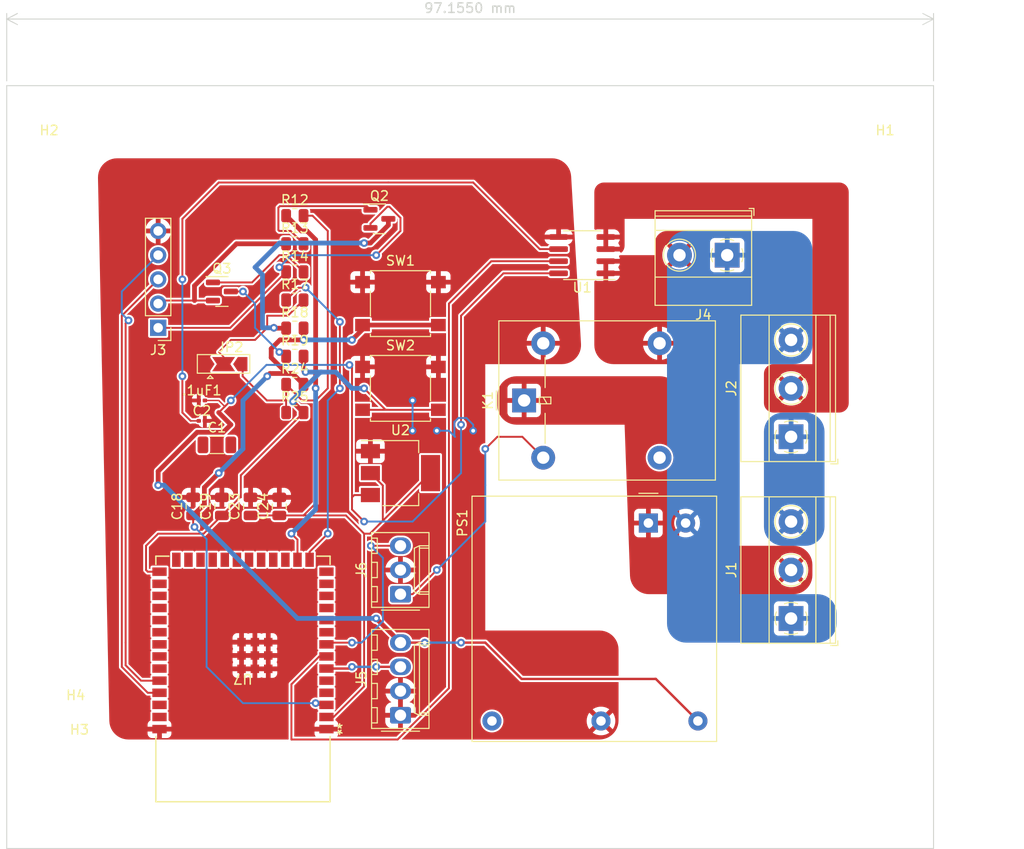
<source format=kicad_pcb>
(kicad_pcb (version 20221018) (generator pcbnew)
  (layers (0 "F.Cu" signal) (31 "B.Cu" signal) (34 "B.Paste" user) (35 "F.Paste" user) (36 "B.SilkS" user "B.Silkscreen") (37 "F.SilkS" user "F.Silkscreen") (38 "B.Mask" user) (39 "F.Mask" user) (44 "Edge.Cuts" user))
  (net 0 "")
  (net 1 "GND")
  (net 2 "/CHIP_PU")
  (net 3 "/GPIO0_STRAPPING")
  (net 4 "+3V3")
  (net 5 "/VBAT_SENSE")
  (net 6 "/D-")
  (net 7 "/D+")
  (net 8 "/RTS")
  (net 9 "/DTR")
  (net 10 "/TX")
  (net 11 "/RX")
  (net 12 "/GPIO16")
  (net 13 "/GPIO17")
  (net 14 "/GPIO18")
  (net 15 "/CAMERA_CS")
  (net 16 "/CAMERA_MOSI")
  (net 17 "/CAMERA_MISO")
  (net 18 "/CAMERA_SCK")
  (net 19 "/CAMERA_SDA")
  (net 20 "/CAMERA_SCL")
  (net 21 "/MTMS")
  (net 22 "/MTCK")
  (net 23 "/MTDO")
  (net 24 "/MTDI")
  (net 25 "/GPIO3_STRAPPING")
  (net 26 "/5V")
  (net 29 "Net-(U1-FILTER)")
  (net 30 "/IN_N")
  (net 31 "/IN_L")
  (net 32 "/M1_FAULT")
  (net 33 "/M2_FAULT")
  (net 34 "/M1_PWM")
  (net 35 "/M1_DIR")
  (net 36 "/M1_EN")
  (net 37 "/I_M_1")
  (net 38 "/I_M_2")
  (net 39 "/M2_PWM")
  (net 40 "/M2_DIR")
  (net 41 "/M2_EN")
  (net 42 "/IS_L")
  (net 43 "/PR_OUT")
  (net 44 "/VS_Out")
  (net 45 "/GPIO46_STRAPPING")
  (net 46 "/GPIO45_STRAPPING")
  (net 47 "/5_PR")
  (net 48 "/PR_IN")
  (net 49 "Net-(JP2-C)")
  (net 52 "Net-(Q2-B)")
  (net 53 "Net-(Q2-C)")
  (net 54 "Net-(Q3-B)")
  (net 55 "Net-(Q3-C)")
  (net 56 "/Curr_Out")
  (net 58 "/SOCK_GND")
  (footprint "Connector_PinHeader_2.54mm:PinHeader_1x05_P2.54mm_Vertical" (layer "F.Cu") (at 167.64 99.06 180)
    (fp_text reference "J3")
    (fp_text value "Conn_01x05_Female")
  )
  (footprint "Resistor_SMD:R_0805_2012Metric" (layer "F.Cu") (at 181.9675 99.1)
    (fp_text reference "R18")
    (fp_text value "10k")
  )
  (footprint "MountingHole:MountingHole_3.2mm_M3" (layer "F.Cu") (at 159.385 145.415)
    (fp_text reference "H3")
    (fp_text value "MountingHole")
  )
  (footprint "Capacitor_SMD:C_0201_0603Metric" (layer "F.Cu") (at 172.2175 106.68)
    (fp_text reference ".1uF1")
    (fp_text value "C")
  )
  (footprint "Resistor_SMD:R_0805_2012Metric" (layer "F.Cu") (at 181.9675 87.3)
    (fp_text reference "R12")
    (fp_text value "1k")
  )
  (footprint "Resistor_SMD:R_0805_2012Metric" (layer "F.Cu") (at 181.9675 96.15)
    (fp_text reference "R17")
    (fp_text value "1k")
  )
  (footprint "Capacitor_SMD:C_0805_2012Metric" (layer "F.Cu") (at 171.31 117.79 90)
    (fp_text reference "C18")
    (fp_text value "1u")
  )
  (footprint "MountingHole:MountingHole_3.2mm_M3" (layer "F.Cu") (at 156.21 82.55)
    (fp_text reference "H2")
    (fp_text value "MountingHole")
  )
  (footprint "Converter_ACDC:Converter_ACDC_RECOM_RAC05-xxSK_THT" (layer "F.Cu") (at 219.03 119.5375 90)
    (fp_text reference "PS1")
    (fp_text value "RAC05-05SK")
  )
  (footprint "Relay_THT:Relay_SPDT_Omron-G5LE-1" (layer "F.Cu") (at 206.0025 106.68 90)
    (fp_text reference "K1")
    (fp_text value "G5LE-1")
  )
  (footprint "Capacitor_SMD:C_0805_2012Metric" (layer "F.Cu") (at 177.33 117.79 90)
    (fp_text reference "C23")
    (fp_text value "10u")
  )
  (footprint "Button_Switch_SMD:SW_SPST_B3S-1000" (layer "F.Cu") (at 193.04 105.41)
    (fp_text reference "SW2")
    (fp_text value "SW_Push")
  )
  (footprint "TerminalBlock_Phoenix:TerminalBlock_Phoenix_MKDS-1,5-3-5.08_1x03_P5.08mm_Horizontal" (layer "F.Cu") (at 233.985 110.49 90)
    (fp_text reference "J2")
    (fp_text value "Output_VAC")
  )
  (footprint "Resistor_SMD:R_0805_2012Metric" (layer "F.Cu") (at 181.9675 90.25)
    (fp_text reference "R13")
    (fp_text value "10k")
  )
  (footprint "Capacitor_SMD:C_0805_2012Metric" (layer "F.Cu") (at 174.32 117.79 90)
    (fp_text reference "C19")
    (fp_text value "1u")
  )
  (footprint "Connector_Molex:Molex_KK-254_AE-6410-03A_1x03_P2.54mm_Vertical" (layer "F.Cu") (at 193.04 127 90)
    (fp_text reference "J6")
    (fp_text value "3.3V_5V")
  )
  (footprint "Package_TO_SOT_SMD:SOT-23" (layer "F.Cu") (at 174.3225 95.25)
    (fp_text reference "Q3")
    (fp_text value "SS8050-G")
  )
  (footprint "Jumper:SolderJumper-3_P2.0mm_Open_TrianglePad1.0x1.5mm" (layer "F.Cu") (at 174.4975 102.87)
    (fp_text reference "JP2")
    (fp_text value "SolderJumper_3_Open")
  )
  (footprint "Button_Switch_SMD:SW_SPST_B3S-1000" (layer "F.Cu") (at 193.04 96.52)
    (fp_text reference "SW1")
    (fp_text value "SW_Push")
  )
  (footprint "Resistor_SMD:R_0805_2012Metric" (layer "F.Cu") (at 181.9675 102.05)
    (fp_text reference "R19")
    (fp_text value "10k")
  )
  (footprint "Package_TO_SOT_SMD:SOT-23" (layer "F.Cu") (at 190.8325 87.63)
    (fp_text reference "Q2")
    (fp_text value "SS8050-G")
  )
  (footprint "MountingHole:MountingHole_3.2mm_M3" (layer "F.Cu") (at 243.205 142.24)
    (fp_text reference "H4")
    (fp_text value "MountingHole")
  )
  (footprint "Resistor_SMD:R_0805_2012Metric" (layer "F.Cu") (at 181.9675 105)
    (fp_text reference "R24")
    (fp_text value "100k")
  )
  (footprint "Resistor_SMD:R_0805_2012Metric" (layer "F.Cu") (at 181.9675 93.2)
    (fp_text reference "R14")
    (fp_text value "10k")
  )
  (footprint "Package_SO:SOIC-8_3.9x4.9mm_P1.27mm" (layer "F.Cu") (at 212.09 91.44 180)
    (fp_text reference "U1")
    (fp_text value "ACS712xLCTR-20A")
  )
  (footprint "Resistor_SMD:R_0805_2012Metric" (layer "F.Cu") (at 181.9675 107.95)
    (fp_text reference "R25")
    (fp_text value "100k")
  )
  (footprint "Resistor_SMD:R_1206_3216Metric" (layer "F.Cu") (at 173.7975 111.34)
    (fp_text reference "C1")
    (fp_text value "10u")
  )
  (footprint "TerminalBlock_Phoenix:TerminalBlock_Phoenix_MKDS-1,5-2_1x02_P5.00mm_Horizontal" (layer "F.Cu") (at 227.29 91.44 180)
    (fp_text reference "J4")
    (fp_text value "VAC_IN_VS")
  )
  (footprint "Capacitor_SMD:C_0805_2012Metric" (layer "F.Cu") (at 180.34 117.79 90)
    (fp_text reference "C24")
    (fp_text value "100n")
  )
  (footprint "MountingHole:MountingHole_3.2mm_M3" (layer "F.Cu") (at 243.84 82.55)
    (fp_text reference "H1")
    (fp_text value "MountingHole")
  )
  (footprint "Capacitor_SMD:C_0201_0603Metric" (layer "F.Cu") (at 172.2175 108.82)
    (fp_text reference "C2")
    (fp_text value "C")
  )
  (footprint "local_footprints:ESP32-S3-WROOM-1_EXP" (layer "F.Cu") (at 176.53 135.89 180)
    (fp_text reference "U7")
    (fp_text value "ESP32-S3-WROOM-1-N16R2")
  )
  (footprint "Connector_Molex:Molex_KK-254_AE-6410-04A_1x04_P2.54mm_Vertical" (layer "F.Cu") (at 193.04 139.7 90)
    (fp_text reference "J5")
    (fp_text value "VS_Out")
  )
  (footprint "Package_TO_SOT_SMD:SOT-223-3_TabPin2" (layer "F.Cu") (at 193.04 114.3)
    (fp_text reference "U2")
    (fp_text value "AMS1117-3.3")
  )
  (footprint "TerminalBlock_Phoenix:TerminalBlock_Phoenix_MKDS-1,5-3-5.08_1x03_P5.08mm_Horizontal" (layer "F.Cu") (at 233.985 129.545 90)
    (fp_text reference "J1")
    (fp_text value "Input_VAC")
  )
  (gr_line (start 248.92 73.66) (end 151.765 73.66) (stroke (width 0.1)) (layer "Edge.Cuts"))
  (gr_line (start 248.92 73.66) (end 248.92 153.67) (stroke (width 0.1)) (layer "Edge.Cuts"))
  (gr_line (start 248.92 153.67) (end 151.765 153.67) (stroke (width 0.1)) (layer "Edge.Cuts"))
  (gr_line (start 151.765 73.66) (end 151.765 153.67) (stroke (width 0.1)) (layer "Edge.Cuts"))
  (dimension (type aligned) (layer "Edge.Cuts") (pts (xy 248.92 73.66) (xy 151.765 73.66)) (height 6.985) (gr_text "97.1550 mm" (at 200.3425 65.525) (layer "Edge.Cuts") (effects (font (size 1 1) (thickness 0.15)))) (format (prefix "") (suffix "") (units 3) (units_format 1) (precision 4)) (style (thickness 0.1) (arrow_length 1.27) (text_position_mode 0) (extension_height 0.58642) (extension_offset 0.5) keep_text_aligned))
  (segment (start 199.39 111.125) (end 198.755 111.125) (width 0.2) (layer "F.Cu") (net 1))
  (segment (start 194.31 106.045) (end 194.31 106.68) (width 0.2) (layer "F.Cu") (net 1))
  (segment (start 200.66 109.855) (end 199.39 111.125) (width 0.2) (layer "F.Cu") (net 1))
  (segment (start 194.31 109.855) (end 196.85 109.855) (width 0.2) (layer "F.Cu") (net 1))
  (segment (start 198.755 111.125) (end 198.755 110.49) (width 0.2) (layer "F.Cu") (net 1))
  (segment (start 209.615 89.535) (end 210.185 89.535) (width 0.2) (layer "F.Cu") (net 1))
  (via (at 196.85 109.855) (size 0.8) (drill 0.4) (layers "F.Cu" "B.Cu") (net 1))
  (via (at 200.66 109.855) (size 0.8) (drill 0.4) (layers "F.Cu" "B.Cu") (net 1))
  (via (at 194.31 106.68) (size 0.8) (drill 0.4) (layers "F.Cu" "B.Cu") (net 1))
  (via (at 194.31 109.855) (size 0.8) (drill 0.4) (layers "F.Cu" "B.Cu") (net 1))
  (segment (start 194.31 109.22) (end 194.31 109.855) (width 0.2) (layer "B.Cu") (net 1))
  (segment (start 198.12 109.855) (end 198.755 110.49) (width 0.2) (layer "B.Cu") (net 1))
  (segment (start 200.66 109.22) (end 200.66 109.855) (width 0.2) (layer "B.Cu") (net 1))
  (segment (start 198.69 110.425) (end 198.69 108.93005) (width 0.2) (layer "B.Cu") (net 1))
  (segment (start 199.10005 108.52) (end 199.96 108.52) (width 0.2) (layer "B.Cu") (net 1))
  (segment (start 198.69 108.93005) (end 199.10005 108.52) (width 0.2) (layer "B.Cu") (net 1))
  (segment (start 198.755 110.49) (end 198.69 110.425) (width 0.2) (layer "B.Cu") (net 1))
  (segment (start 196.85 109.855) (end 198.12 109.855) (width 0.2) (layer "B.Cu") (net 1))
  (segment (start 194.31 106.68) (end 194.31 109.22) (width 0.2) (layer "B.Cu") (net 1))
  (segment (start 199.96 108.52) (end 200.66 109.22) (width 0.2) (layer "B.Cu") (net 1))
  (segment (start 179.36 103.85) (end 179.07 104.14) (width 0.5) (layer "F.Cu") (net 2))
  (segment (start 189.065 99.225) (end 187.96 100.33) (width 0.5) (layer "F.Cu") (net 2))
  (segment (start 171.31 118.74) (end 171.31 119.8105) (width 0.2) (layer "F.Cu") (net 2))
  (segment (start 179.49 102.18745) (end 179.49 101.247918) (width 0.5) (layer "F.Cu") (net 2))
  (segment (start 180.407918 100.33) (end 182.88 100.33) (width 0.5) (layer "F.Cu") (net 2))
  (segment (start 184.33 138.61) (end 184.15 138.43) (width 0.2) (layer "F.Cu") (net 2))
  (segment (start 172.485 115.805) (end 172.485 117.565) (width 0.5) (layer "F.Cu") (net 2))
  (segment (start 181.73 103.85) (end 179.36 103.85) (width 0.5) (layer "F.Cu") (net 2))
  (segment (start 182.88 105) (end 181.73 103.85) (width 0.5) (layer "F.Cu") (net 2))
  (segment (start 197.015 98.77) (end 189.065 98.77) (width 0.5) (layer "F.Cu") (net 2))
  (segment (start 185.28 138.61) (end 184.33 138.61) (width 0.2) (layer "F.Cu") (net 2))
  (segment (start 181.73 103.85) (end 181.15255 103.85) (width 0.5) (layer "F.Cu") (net 2))
  (segment (start 182.88 100.33) (end 182.88 99.1) (width 0.5) (layer "F.Cu") (net 2))
  (segment (start 181.15255 103.85) (end 179.49 102.18745) (width 0.5) (layer "F.Cu") (net 2))
  (segment (start 189.065 98.77) (end 189.065 99.225) (width 0.5) (layer "F.Cu") (net 2))
  (segment (start 172.485 117.565) (end 171.31 118.74) (width 0.5) (layer "F.Cu") (net 2))
  (segment (start 173.99 114.3) (end 172.485 115.805) (width 0.5) (layer "F.Cu") (net 2))
  (segment (start 179.49 101.247918) (end 180.407918 100.33) (width 0.5) (layer "F.Cu") (net 2))
  (segment (start 171.31 119.8105) (end 171.45 119.9505) (width 0.2) (layer "F.Cu") (net 2))
  (via (at 182.88 100.33) (size 0.8) (drill 0.4) (layers "F.Cu" "B.Cu") (net 2))
  (via (at 173.99 114.3) (size 0.8) (drill 0.4) (layers "F.Cu" "B.Cu") (net 2))
  (via (at 184.15 138.43) (size 0.8) (drill 0.4) (layers "F.Cu" "B.Cu") (net 2))
  (via (at 171.45 119.9505) (size 0.8) (drill 0.4) (layers "F.Cu" "B.Cu") (net 2))
  (via (at 187.96 100.33) (size 0.8) (drill 0.4) (layers "F.Cu" "B.Cu") (net 2))
  (via (at 179.07 104.14) (size 0.8) (drill 0.4) (layers "F.Cu" "B.Cu") (net 2))
  (segment (start 176.53 106.68) (end 176.53 111.76) (width 0.5) (layer "B.Cu") (net 2))
  (segment (start 172.72 121.2205) (end 172.72 134.62) (width 0.2) (layer "B.Cu") (net 2))
  (segment (start 171.45 119.9505) (end 172.72 121.2205) (width 0.2) (layer "B.Cu") (net 2))
  (segment (start 176.53 111.76) (end 173.99 114.3) (width 0.5) (layer "B.Cu") (net 2))
  (segment (start 182.88 100.33) (end 187.96 100.33) (width 0.5) (layer "B.Cu") (net 2))
  (segment (start 176.53 138.43) (end 184.15 138.43) (width 0.2) (layer "B.Cu") (net 2))
  (segment (start 179.07 104.14) (end 176.53 106.68) (width 0.5) (layer "B.Cu") (net 2))
  (segment (start 172.72 134.62) (end 176.53 138.43) (width 0.2) (layer "B.Cu") (net 2))
  (segment (start 191.77 107.66) (end 191.48 107.66) (width 0.2) (layer "F.Cu") (net 3))
  (segment (start 191.77 107.66) (end 189.065 107.66) (width 0.2) (layer "F.Cu") (net 3))
  (segment (start 197.015 107.66) (end 191.77 107.66) (width 0.2) (layer "F.Cu") (net 3))
  (segment (start 191.48 107.66) (end 189.23 105.41) (width 0.2) (layer "F.Cu") (net 3))
  (segment (start 182.88 102.05) (end 182.88 103.486478) (width 0.5) (layer "F.Cu") (net 3))
  (segment (start 176.305 114.525) (end 182.88 107.95) (width 0.2) (layer "F.Cu") (net 3))
  (segment (start 166.37 124.46) (end 166.37 121.92) (width 0.2) (layer "F.Cu") (net 3))
  (segment (start 181.778999 106.848999) (end 182.88 107.95) (width 0.5) (layer "F.Cu") (net 3))
  (segment (start 166.37 121.92) (end 167.64 120.65) (width 0.2) (layer "F.Cu") (net 3))
  (segment (start 167.64 120.65) (end 172.41 120.65) (width 0.2) (layer "F.Cu") (net 3))
  (segment (start 174.32 118.74) (end 176.22 116.84) (width 0.2) (layer "F.Cu") (net 3))
  (segment (start 176.305 116.84) (end 176.305 114.525) (width 0.2) (layer "F.Cu") (net 3))
  (segment (start 172.41 120.65) (end 174.32 118.74) (width 0.2) (layer "F.Cu") (net 3))
  (segment (start 166.55 124.64) (end 166.37 124.46) (width 0.2) (layer "F.Cu") (net 3))
  (segment (start 176.22 116.84) (end 176.305 116.84) (width 0.2) (layer "F.Cu") (net 3))
  (segment (start 182.88 103.486478) (end 183.094022 103.7005) (width 0.5) (layer "F.Cu") (net 3))
  (segment (start 167.78 124.64) (end 166.55 124.64) (width 0.2) (layer "F.Cu") (net 3))
  (segment (start 181.778999 106.792455) (end 181.778999 106.848999) (width 0.5) (layer "F.Cu") (net 3))
  (via (at 189.23 105.41) (size 0.8) (drill 0.4) (layers "F.Cu" "B.Cu") (net 3))
  (via (at 181.778999 106.792455) (size 0.8) (drill 0.4) (layers "F.Cu" "B.Cu") (net 3))
  (via (at 183.094022 103.7005) (size 0.8) (drill 0.4) (layers "F.Cu" "B.Cu") (net 3))
  (segment (start 187.96 105.41) (end 189.23 105.41) (width 0.5) (layer "B.Cu") (net 3))
  (segment (start 184.657418 103.7005) (end 184.785 103.7005) (width 0.5) (layer "B.Cu") (net 3))
  (segment (start 181.778999 106.792455) (end 181.778999 106.578919) (width 0.5) (layer "B.Cu") (net 3))
  (segment (start 186.2505 103.7005) (end 187.96 105.41) (width 0.5) (layer "B.Cu") (net 3))
  (segment (start 183.094022 103.7005) (end 184.785 103.7005) (width 0.5) (layer "B.Cu") (net 3))
  (segment (start 184.785 103.7005) (end 186.2505 103.7005) (width 0.5) (layer "B.Cu") (net 3))
  (segment (start 181.778999 106.578919) (end 184.657418 103.7005) (width 0.5) (layer "B.Cu") (net 3))
  (segment (start 182.88 118.74) (end 184.15 117.47) (width 0.2) (layer "F.Cu") (net 4))
  (segment (start 185.42 105.41) (end 185.42 88.9) (width 0.2) (layer "F.Cu") (net 4))
  (segment (start 190.805 119.685) (end 196.19 114.3) (width 0.2) (layer "F.Cu") (net 4))
  (segment (start 181.055 106.68) (end 181.055 105) (width 0.2) (layer "F.Cu") (net 4))
  (segment (start 191.19 115.6) (end 189.89 114.3) (width 0.2) (layer "F.Cu") (net 4))
  (segment (start 189.23 120.65) (end 187.32 118.74) (width 0.2) (layer "F.Cu") (net 4))
  (segment (start 181.056253 105) (end 181.055 105) (width 0.2) (layer "F.Cu") (net 4))
  (segment (start 184.15 106.68) (end 182.735 106.68) (width 0.2) (layer "F.Cu") (net 4))
  (segment (start 189.23 136.6793) (end 189.23 120.65) (width 0.2) (layer "F.Cu") (net 4))
  (segment (start 191.19 119.3) (end 191.19 115.6) (width 0.2) (layer "F.Cu") (net 4))
  (segment (start 181.055 107.95) (end 181.055 106.68) (width 0.2) (layer "F.Cu") (net 4))
  (segment (start 189.23 120.65) (end 189.84 120.65) (width 0.2) (layer "F.Cu") (net 4))
  (segment (start 176.4975 104.14) (end 176.4975 102.87) (width 0.2) (layer "F.Cu") (net 4))
  (segment (start 177.33 118.74) (end 180.34 118.74) (width 0.2) (layer "F.Cu") (net 4))
  (segment (start 184.15 106.68) (end 185.42 105.41) (width 0.2) (layer "F.Cu") (net 4))
  (segment (start 185.28 139.88) (end 186.0293 139.88) (width 0.2) (layer "F.Cu") (net 4))
  (segment (start 185.42 88.9) (end 183.82 87.3) (width 0.2) (layer "F.Cu") (net 4))
  (segment (start 186.0293 139.88) (end 189.23 136.6793) (width 0.2) (layer "F.Cu") (net 4))
  (segment (start 187.32 118.74) (end 182.88 118.74) (width 0.2) (layer "F.Cu") (net 4))
  (segment (start 182.735 106.678747) (end 181.056253 105) (width 0.2) (layer "F.Cu") (net 4))
  (segment (start 189.84 120.65) (end 190.805 119.685) (width 0.2) (layer "F.Cu") (net 4))
  (segment (start 183.82 87.3) (end 182.88 87.3) (width 0.2) (layer "F.Cu") (net 4))
  (segment (start 184.15 117.47) (end 184.15 106.68) (width 0.2) (layer "F.Cu") (net 4))
  (segment (start 182.735 106.68) (end 182.735 106.678747) (width 0.2) (layer "F.Cu") (net 4))
  (segment (start 181.055 106.68) (end 179.0375 106.68) (width 0.2) (layer "F.Cu") (net 4))
  (segment (start 179.0375 106.68) (end 176.4975 104.14) (width 0.2) (layer "F.Cu") (net 4))
  (segment (start 190.805 119.685) (end 191.19 119.3) (width 0.2) (layer "F.Cu") (net 4))
  (segment (start 182.88 118.74) (end 180.34 118.74) (width 0.2) (layer "F.Cu") (net 4))
  (segment (start 167.64 99.06) (end 175.195 99.06) (width 0.2) (layer "F.Cu") (net 8))
  (segment (start 191.873896 86.36) (end 191.666104 86.36) (width 0.2) (layer "F.Cu") (net 8))
  (segment (start 180.83 93.2) (end 180.34 92.71) (width 0.2) (layer "F.Cu") (net 8))
  (segment (start 175.195 99.06) (end 181.055 93.2) (width 0.2) (layer "F.Cu") (net 8))
  (segment (start 191.666104 86.36) (end 189.895 88.131104) (width 0.2) (layer "F.Cu") (net 8))
  (segment (start 190.5 91.44) (end 193.04 88.9) (width 0.2) (layer "F.Cu") (net 8))
  (segment (start 193.04 87.526104) (end 191.873896 86.36) (width 0.2) (layer "F.Cu") (net 8))
  (segment (start 189.895 88.131104) (end 189.895 88.58) (width 0.2) (layer "F.Cu") (net 8))
  (segment (start 181.055 93.2) (end 180.83 93.2) (width 0.2) (layer "F.Cu") (net 8))
  (segment (start 193.04 88.9) (end 193.04 87.526104) (width 0.2) (layer "F.Cu") (net 8))
  (via (at 180.34 92.71) (size 0.8) (drill 0.4) (layers "F.Cu" "B.Cu") (net 8))
  (via (at 190.5 91.44) (size 0.8) (drill 0.4) (layers "F.Cu" "B.Cu") (net 8))
  (segment (start 180.34 92.71) (end 181.61 91.44) (width 0.2) (layer "B.Cu") (net 8))
  (segment (start 186.69 91.44) (end 190.5 91.44) (width 0.2) (layer "B.Cu") (net 8))
  (segment (start 181.61 91.44) (end 186.69 91.44) (width 0.2) (layer "B.Cu") (net 8))
  (segment (start 167.96 96.2) (end 167.64 96.52) (width 0.2) (layer "F.Cu") (net 9))
  (segment (start 171.45 94.648972) (end 171.45 96.2) (width 0.5) (layer "F.Cu") (net 9))
  (segment (start 171.45 96.2) (end 167.96 96.2) (width 0.2) (layer "F.Cu") (net 9))
  (segment (start 173.385 96.2) (end 171.45 96.2) (width 0.2) (layer "F.Cu") (net 9))
  (segment (start 181.055 90.25) (end 175.848972 90.25) (width 0.5) (layer "F.Cu") (net 9))
  (segment (start 175.848972 90.25) (end 171.45 94.648972) (width 0.5) (layer "F.Cu") (net 9))
  (segment (start 166.55 137.34) (end 163.83 134.62) (width 0.2) (layer "F.Cu") (net 10))
  (segment (start 167.78 137.34) (end 166.55 137.34) (width 0.2) (layer "F.Cu") (net 10))
  (segment (start 163.83 97.79) (end 167.64 93.98) (width 0.2) (layer "F.Cu") (net 10))
  (segment (start 163.83 134.62) (end 163.83 97.79) (width 0.2) (layer "F.Cu") (net 10))
  (segment (start 164.23 98.584122) (end 164.5295 98.284622) (width 0.2) (layer "F.Cu") (net 11))
  (segment (start 164.395686 134.62) (end 164.23 134.454314) (width 0.2) (layer "F.Cu") (net 11))
  (segment (start 164.23 132.08) (end 164.23 98.584122) (width 0.2) (layer "F.Cu") (net 11))
  (segment (start 165.845686 136.07) (end 164.395686 134.62) (width 0.2) (layer "F.Cu") (net 11))
  (segment (start 164.23 134.454314) (end 164.23 132.08) (width 0.2) (layer "F.Cu") (net 11))
  (segment (start 167.78 136.07) (end 165.845686 136.07) (width 0.2) (layer "F.Cu") (net 11))
  (via (at 164.5295 98.284622) (size 0.8) (drill 0.4) (layers "F.Cu" "B.Cu") (net 11))
  (segment (start 163.83 95.25) (end 167.64 91.44) (width 0.2) (layer "B.Cu") (net 11))
  (segment (start 164.5295 98.284622) (end 163.83 97.585122) (width 0.2) (layer "B.Cu") (net 11))
  (segment (start 163.83 97.585122) (end 163.83 95.25) (width 0.2) (layer "B.Cu") (net 11))
  (segment (start 182.3545 94.8505) (end 181.055 96.15) (width 0.2) (layer "F.Cu") (net 25))
  (segment (start 186.69 105.41) (end 186.69 98.433867) (width 0.2) (layer "F.Cu") (net 25))
  (segment (start 183.515 123.39) (end 183.515 122.555) (width 0.2) (layer "F.Cu") (net 25))
  (segment (start 183.106633 94.8505) (end 182.3545 94.8505) (width 0.2) (layer "F.Cu") (net 25))
  (segment (start 183.515 122.555) (end 185.42 120.65) (width 0.2) (layer "F.Cu") (net 25))
  (via (at 185.42 120.65) (size 0.8) (drill 0.4) (layers "F.Cu" "B.Cu") (net 25))
  (via (at 183.106633 94.8505) (size 0.8) (drill 0.4) (layers "F.Cu" "B.Cu") (net 25))
  (via (at 186.69 98.433867) (size 0.8) (drill 0.4) (layers "F.Cu" "B.Cu") (net 25))
  (via (at 186.69 105.41) (size 0.8) (drill 0.4) (layers "F.Cu" "B.Cu") (net 25))
  (segment (start 186.69 98.433867) (end 183.106633 94.8505) (width 0.2) (layer "B.Cu") (net 25))
  (segment (start 185.42 120.65) (end 185.42 106.68) (width 0.2) (layer "B.Cu") (net 25))
  (segment (start 185.42 106.68) (end 186.69 105.41) (width 0.2) (layer "B.Cu") (net 25))
  (segment (start 209.615 93.345) (end 203.835 93.345) (width 0.2) (layer "F.Cu") (net 26))
  (segment (start 201.93 132.08) (end 199.39 132.08) (width 0.25) (layer "F.Cu") (net 26))
  (segment (start 219.71 135.89) (end 205.74 135.89) (width 0.25) (layer "F.Cu") (net 26))
  (segment (start 171.73255 110.015) (end 174.465 110.015) (width 0.5) (layer "F.Cu") (net 26))
  (segment (start 172.5375 106.68) (end 173.99 106.68) (width 0.15) (layer "F.Cu") (net 26))
  (segment (start 203.835 93.345) (end 199.39 97.79) (width 0.2) (layer "F.Cu") (net 26))
  (segment (start 219.8125 135.89) (end 219.71 135.89) (width 0.25) (layer "F.Cu") (net 26))
  (segment (start 199.39 97.79) (end 199.39 109.22) (width 0.2) (layer "F.Cu") (net 26))
  (segment (start 195.58 132.08) (end 193.04 132.08) (width 0.25) (layer "F.Cu") (net 26))
  (segment (start 187.96 118.11) (end 187.96 116.84) (width 0.2) (layer "F.Cu") (net 26))
  (segment (start 187.96 103.221424) (end 187.6905 102.951924) (width 0.2) (layer "F.Cu") (net 26))
  (segment (start 167.64 115.57) (end 167.64 114.10755) (width 0.5) (layer "F.Cu") (net 26))
  (segment (start 187.96 116.84) (end 188.2 116.6) (width 0.2) (layer "F.Cu") (net 26))
  (segment (start 173.99 106.68) (end 174.625 107.315) (width 0.15) (layer "F.Cu") (net 26))
  (segment (start 174.625 107.315) (end 173.99 107.95) (width 0.2) (layer "F.Cu") (net 26))
  (segment (start 174.465 110.015) (end 175.26 109.22) (width 0.5) (layer "F.Cu") (net 26))
  (segment (start 188.2 116.6) (end 189.89 116.6) (width 0.2) (layer "F.Cu") (net 26))
  (segment (start 205.74 135.89) (end 201.93 132.08) (width 0.25) (layer "F.Cu") (net 26))
  (segment (start 193.04 132.08) (end 190.5 129.54) (width 0.5) (layer "F.Cu") (net 26))
  (segment (start 175.26 106.68) (end 174.625 107.315) (width 0.2) (layer "F.Cu") (net 26))
  (segment (start 224.22 140.2975) (end 219.8125 135.89) (width 0.25) (layer "F.Cu") (net 26))
  (segment (start 175.26 109.22) (end 173.99 107.95) (width 0.5) (layer "F.Cu") (net 26))
  (segment (start 187.96 116.84) (end 187.96 103.221424) (width 0.2) (layer "F.Cu") (net 26))
  (segment (start 167.64 114.10755) (end 171.73255 110.015) (width 0.5) (layer "F.Cu") (net 26))
  (segment (start 189.23 119.38) (end 187.96 118.11) (width 0.2) (layer "F.Cu") (net 26))
  (via (at 199.39 132.08) (size 0.8) (drill 0.4) (layers "F.Cu" "B.Cu") (net 26))
  (via (at 175.26 106.68) (size 0.8) (drill 0.4) (layers "F.Cu" "B.Cu") (net 26))
  (via (at 195.58 132.08) (size 0.8) (drill 0.4) (layers "F.Cu" "B.Cu") (net 26))
  (via (at 189.23 119.38) (size 0.8) (drill 0.4) (layers "F.Cu" "B.Cu") (net 26))
  (via (at 187.6905 102.951924) (size 0.8) (drill 0.4) (layers "F.Cu" "B.Cu") (net 26))
  (via (at 199.39 109.22) (size 0.8) (drill 0.4) (layers "F.Cu" "B.Cu") (net 26))
  (via (at 190.5 129.54) (size 0.8) (drill 0.4) (layers "F.Cu" "B.Cu") (net 26))
  (via (at 167.64 115.57) (size 0.8) (drill 0.4) (layers "F.Cu" "B.Cu") (net 26))
  (segment (start 182.241582 129.54) (end 168.271582 115.57) (width 0.5) (layer "B.Cu") (net 26))
  (segment (start 187.6905 102.951924) (end 178.988076 102.951924) (width 0.2) (layer "B.Cu") (net 26))
  (segment (start 196.85 132.08) (end 195.58 132.08) (width 0.25) (layer "B.Cu") (net 26))
  (segment (start 178.988076 102.951924) (end 175.26 106.68) (width 0.2) (layer "B.Cu") (net 26))
  (segment (start 199.39 132.08) (end 196.85 132.08) (width 0.25) (layer "B.Cu") (net 26))
  (segment (start 168.271582 115.57) (end 167.64 115.57) (width 0.5) (layer "B.Cu") (net 26))
  (segment (start 199.39 109.22) (end 199.39 114.3) (width 0.2) (layer "B.Cu") (net 26))
  (segment (start 190.5 129.54) (end 182.241582 129.54) (width 0.5) (layer "B.Cu") (net 26))
  (segment (start 194.31 119.38) (end 189.23 119.38) (width 0.2) (layer "B.Cu") (net 26))
  (segment (start 199.39 114.3) (end 194.31 119.38) (width 0.2) (layer "B.Cu") (net 26))
  (segment (start 200.66 83.82) (end 191.77 83.82) (width 0.2) (layer "F.Cu") (net 29))
  (segment (start 209.615 90.805) (end 207.645 90.805) (width 0.2) (layer "F.Cu") (net 29))
  (segment (start 207.645 90.805) (end 200.66 83.82) (width 0.2) (layer "F.Cu") (net 29))
  (segment (start 171.05 108.82) (end 170.18 107.95) (width 0.2) (layer "F.Cu") (net 29))
  (segment (start 170.18 107.95) (end 170.18 104.14) (width 0.2) (layer "F.Cu") (net 29))
  (segment (start 191.77 83.82) (end 173.99 83.82) (width 0.2) (layer "F.Cu") (net 29))
  (segment (start 171.8975 108.82) (end 171.05 108.82) (width 0.15) (layer "F.Cu") (net 29))
  (segment (start 173.99 83.82) (end 170.18 87.63) (width 0.2) (layer "F.Cu") (net 29))
  (segment (start 170.18 87.63) (end 170.18 93.98) (width 0.2) (layer "F.Cu") (net 29))
  (via (at 170.18 104.14) (size 0.8) (drill 0.4) (layers "F.Cu" "B.Cu") (net 29))
  (via (at 170.18 93.98) (size 0.8) (drill 0.4) (layers "F.Cu" "B.Cu") (net 29))
  (segment (start 170.18 93.98) (end 170.18 101.6) (width 0.2) (layer "B.Cu") (net 29))
  (segment (start 170.18 101.6) (end 170.18 104.14) (width 0.2) (layer "B.Cu") (net 29))
  (segment (start 193.04 134.62) (end 190.5 134.62) (width 0.25) (layer "F.Cu") (net 44))
  (segment (start 187.78 134.8) (end 185.28 134.8) (width 0.25) (layer "F.Cu") (net 44))
  (segment (start 187.96 134.62) (end 187.78 134.8) (width 0.25) (layer "F.Cu") (net 44))
  (via (at 187.96 134.62) (size 0.8) (drill 0.4) (layers "F.Cu" "B.Cu") (net 44))
  (via (at 190.5 134.62) (size 0.8) (drill 0.4) (layers "F.Cu" "B.Cu") (net 44))
  (segment (start 190.5 134.62) (end 187.96 134.62) (width 0.25) (layer "B.Cu") (net 44))
  (segment (start 184.15 89.81755) (end 183.23245 88.9) (width 0.5) (layer "F.Cu") (net 45))
  (segment (start 184.15 105.41) (end 184.15 89.81755) (width 0.5) (layer "F.Cu") (net 45))
  (segment (start 183.23245 88.9) (end 182.655 88.9) (width 0.5) (layer "F.Cu") (net 45))
  (segment (start 182.655 88.9) (end 181.055 87.3) (width 0.5) (layer "F.Cu") (net 45))
  (segment (start 181.61 120.65) (end 182.245 121.285) (width 0.2) (layer "F.Cu") (net 45))
  (segment (start 182.245 121.285) (end 182.245 123.39) (width 0.2) (layer "F.Cu") (net 45))
  (via (at 181.61 120.65) (size 0.8) (drill 0.4) (layers "F.Cu" "B.Cu") (net 45))
  (via (at 184.15 105.41) (size 0.8) (drill 0.4) (layers "F.Cu" "B.Cu") (net 45))
  (segment (start 184.15 118.11) (end 181.61 120.65) (width 0.5) (layer "B.Cu") (net 45))
  (segment (start 184.15 118.11) (end 184.15 105.41) (width 0.5) (layer "B.Cu") (net 45))
  (segment (start 201.93 111.76) (end 203.2 110.49) (width 0.2) (layer "F.Cu") (net 47))
  (segment (start 205.8125 110.49) (end 208.0025 112.68) (width 0.2) (layer "F.Cu") (net 47))
  (segment (start 193.04 127) (end 194.31 127) (width 0.2) (layer "F.Cu") (net 47))
  (segment (start 203.2 110.49) (end 205.8125 110.49) (width 0.2) (layer "F.Cu") (net 47))
  (segment (start 194.31 127) (end 196.85 124.46) (width 0.2) (layer "F.Cu") (net 47))
  (via (at 196.85 124.46) (size 0.8) (drill 0.4) (layers "F.Cu" "B.Cu") (net 47))
  (via (at 201.93 111.76) (size 0.8) (drill 0.4) (layers "F.Cu" "B.Cu") (net 47))
  (segment (start 201.93 115.57) (end 201.93 111.76) (width 0.2) (layer "B.Cu") (net 47))
  (segment (start 196.85 124.46) (end 201.93 119.38) (width 0.2) (layer "B.Cu") (net 47))
  (segment (start 201.93 119.38) (end 201.93 115.57) (width 0.2) (layer "B.Cu") (net 47))
  (segment (start 193.04 121.92) (end 189.9295 121.92) (width 0.2) (layer "F.Cu") (net 48))
  (segment (start 187.96 132.08) (end 185.701041 132.08) (width 0.2) (layer "F.Cu") (net 48))
  (segment (start 185.701041 132.08) (end 185.58052 131.959479) (width 0.2) (layer "F.Cu") (net 48))
  (via (at 187.96 132.08) (size 0.8) (drill 0.4) (layers "F.Cu" "B.Cu") (net 48))
  (via (at 189.9295 121.92) (size 0.8) (drill 0.4) (layers "F.Cu" "B.Cu") (net 48))
  (segment (start 191.2 123.1905) (end 191.2 129.82995) (width 0.2) (layer "B.Cu") (net 48))
  (segment (start 189.9295 121.92) (end 191.2 123.1905) (width 0.2) (layer "B.Cu") (net 48))
  (segment (start 191.2 129.82995) (end 188.94995 132.08) (width 0.2) (layer "B.Cu") (net 48))
  (segment (start 188.94995 132.08) (end 187.96 132.08) (width 0.2) (layer "B.Cu") (net 48))
  (segment (start 181.24 97.79) (end 182.88 96.15) (width 0.2) (layer "F.Cu") (net 49))
  (segment (start 174.4975 102.87) (end 174.4975 102.1075) (width 0.15) (layer "F.Cu") (net 49))
  (segment (start 179.07 99.06) (end 179.07 97.79) (width 0.2) (layer "F.Cu") (net 49))
  (segment (start 179.07 97.79) (end 181.24 97.79) (width 0.2) (layer "F.Cu") (net 49))
  (segment (start 173.99 101.6) (end 175.26 100.33) (width 0.15) (layer "F.Cu") (net 49))
  (segment (start 174.4975 102.1075) (end 173.99 101.6) (width 0.15) (layer "F.Cu") (net 49))
  (segment (start 177.8 100.33) (end 175.26 100.33) (width 0.2) (layer "F.Cu") (net 49))
  (segment (start 179.07 99.06) (end 177.8 100.33) (width 0.2) (layer "F.Cu") (net 49))
  (segment (start 180.34 88.9) (end 180.2425 88.8025) (width 0.2) (layer "F.Cu") (net 52))
  (segment (start 180.2425 86.4575) (end 180.4 86.3) (width 0.2) (layer "F.Cu") (net 52))
  (segment (start 180.4 86.3) (end 189.515 86.3) (width 0.2) (layer "F.Cu") (net 52))
  (segment (start 182.88 90.25) (end 181.53 88.9) (width 0.2) (layer "F.Cu") (net 52))
  (segment (start 189.515 86.3) (end 189.895 86.68) (width 0.2) (layer "F.Cu") (net 52))
  (segment (start 180.2425 88.8025) (end 180.2425 86.4575) (width 0.2) (layer "F.Cu") (net 52))
  (segment (start 181.53 88.9) (end 180.34 88.9) (width 0.2) (layer "F.Cu") (net 52))
  (segment (start 189.23 90.17) (end 189.891028 90.17) (width 0.5) (layer "F.Cu") (net 53))
  (segment (start 189.891028 90.17) (end 191.77 88.291028) (width 0.5) (layer "F.Cu") (net 53))
  (segment (start 191.77 88.291028) (end 191.77 87.63) (width 0.5) (layer "F.Cu") (net 53))
  (segment (start 181.055 99.1) (end 179.8095 99.1) (width 0.5) (layer "F.Cu") (net 53))
  (segment (start 179.8095 99.1) (end 179.7695 99.06) (width 0.5) (layer "F.Cu") (net 53))
  (via (at 179.7695 99.06) (size 0.8) (drill 0.4) (layers "F.Cu" "B.Cu") (net 53))
  (via (at 189.23 90.17) (size 0.8) (drill 0.4) (layers "F.Cu" "B.Cu") (net 53))
  (segment (start 177.8 92.71) (end 180.34 90.17) (width 0.5) (layer "B.Cu") (net 53))
  (segment (start 178.577818 93.487818) (end 177.8 92.71) (width 0.5) (layer "B.Cu") (net 53))
  (segment (start 178.577818 99.06) (end 178.577818 93.487818) (width 0.5) (layer "B.Cu") (net 53))
  (segment (start 179.7695 99.06) (end 178.577818 99.06) (width 0.5) (layer "B.Cu") (net 53))
  (segment (start 180.34 90.17) (end 189.23 90.17) (width 0.5) (layer "B.Cu") (net 53))
  (segment (start 180.34 91.44) (end 181.12 91.44) (width 0.2) (layer "F.Cu") (net 54))
  (segment (start 177.48 94.3) (end 180.34 91.44) (width 0.2) (layer "F.Cu") (net 54))
  (segment (start 181.12 91.44) (end 182.88 93.2) (width 0.2) (layer "F.Cu") (net 54))
  (segment (start 173.385 94.3) (end 177.48 94.3) (width 0.2) (layer "F.Cu") (net 54))
  (segment (start 175.26 95.25) (end 176.53 95.25) (width 0.2) (layer "F.Cu") (net 55))
  (segment (start 180.605 101.6) (end 181.055 102.05) (width 0.2) (layer "F.Cu") (net 55))
  (segment (start 180.34 101.6) (end 180.605 101.6) (width 0.2) (layer "F.Cu") (net 55))
  (via (at 180.34 101.6) (size 0.8) (drill 0.4) (layers "F.Cu" "B.Cu") (net 55))
  (via (at 176.53 95.25) (size 0.8) (drill 0.4) (layers "F.Cu" "B.Cu") (net 55))
  (segment (start 177.8 97.79) (end 177.8 99.06) (width 0.2) (layer "B.Cu") (net 55))
  (segment (start 177.8 99.06) (end 180.34 101.6) (width 0.2) (layer "B.Cu") (net 55))
  (segment (start 177.8 96.52) (end 177.8 97.79) (width 0.2) (layer "B.Cu") (net 55))
  (segment (start 176.53 95.25) (end 177.8 96.52) (width 0.2) (layer "B.Cu") (net 55))
  (segment (start 209.615 92.075) (end 202.565 92.075) (width 0.2) (layer "F.Cu") (net 56))
  (segment (start 198.12 96.52) (end 198.12 136.862818) (width 0.2) (layer "F.Cu") (net 56))
  (segment (start 181.61 142.24) (end 181.61 136.4507) (width 0.2) (layer "F.Cu") (net 56))
  (segment (start 184.5307 133.53) (end 185.28 133.53) (width 0.2) (layer "F.Cu") (net 56))
  (segment (start 181.61 136.4507) (end 184.5307 133.53) (width 0.2) (layer "F.Cu") (net 56))
  (segment (start 202.565 92.075) (end 198.12 96.52) (width 0.2) (layer "F.Cu") (net 56))
  (segment (start 198.12 136.862818) (end 192.742818 142.24) (width 0.2) (layer "F.Cu") (net 56))
  (segment (start 192.742818 142.24) (end 181.61 142.24) (width 0.2) (layer "F.Cu") (net 56))
  (zone (net 1) (net_name "GND") (layer "F.Cu") (priority 5) (connect_pads (clearance 0)) (min_thickness 0.025) (fill yes (thermal_gap 0.5) (thermal_bridge_width 0.5) (smoothing fillet) (radius 2))
    (polygon (pts (xy 161.29 81.28) (xy 210.82 81.28) (xy 212.09 102.87) (xy 201.93 102.87) (xy 201.93 130.81) (xy 215.9 130.81) (xy 215.9 142.24) (xy 162.56 142.24)))
  )
  (zone (net 43) (net_name "/PR_OUT") (layer "F.Cu") (connect_pads (clearance 0)) (min_thickness 0.25) (fill yes (thermal_gap 0.5) (thermal_bridge_width 0.5) (smoothing fillet) (radius 2))
    (polygon (pts (xy 213.36 91.44) (xy 213.36 102.87) (xy 224.79 102.87) (xy 224.79 88.9) (xy 219.71 88.9) (xy 219.71 91.44)))
  )
  (zone (net 31) (net_name "/IN_L") (layer "F.Cu") (priority 4) (connect_pads (clearance 0)) (min_thickness 0.25) (fill yes (thermal_gap 0.5) (thermal_bridge_width 0.5) (smoothing fillet) (radius 2))
    (polygon (pts (xy 236.22 121.92) (xy 236.22 127) (xy 217.17 127) (xy 216.535 109.22) (xy 203.2 109.22) (xy 203.2 104.14) (xy 222.25 104.14) (xy 222.25 121.92)))
  )
  (zone (net 42) (net_name "/IS_L") (layer "F.Cu") (priority 1) (connect_pads (clearance 0)) (min_thickness 0.25) (fill yes (thermal_gap 0.5) (thermal_bridge_width 0.5) (smoothing fillet) (radius 1))
    (polygon (pts (xy 213.36 91.44) (xy 216.535 91.44) (xy 216.535 87.63) (xy 236.22 87.63) (xy 236.22 102.87) (xy 231.14 102.87) (xy 231.14 107.95) (xy 240.03 107.95) (xy 240.03 83.82) (xy 213.36 83.82)))
  )
  (zone (net 30) (net_name "/IN_N") (layer "B.Cu") (priority 3) (connect_pads (clearance 0)) (min_thickness 0.25) (fill yes (thermal_gap 0.5) (thermal_bridge_width 0.5) (smoothing fillet) (radius 2))
    (polygon (pts (xy 236.22 88.9) (xy 236.22 102.87) (xy 228.6 102.87) (xy 228.6 127) (xy 238.76 127) (xy 238.76 132.08) (xy 220.98 132.08) (xy 220.98 88.9)))
  )
  (zone (net 58) (net_name "/SOCK_GND") (layer "B.Cu") (priority 2) (connect_pads (clearance 0)) (min_thickness 0.25) (fill yes (thermal_gap 0.5) (thermal_bridge_width 0.5) (smoothing fillet) (radius 2))
    (polygon (pts (xy 231.14 107.95) (xy 237.49 107.95) (xy 237.49 121.92) (xy 231.14 121.92)))
  )
)
</source>
